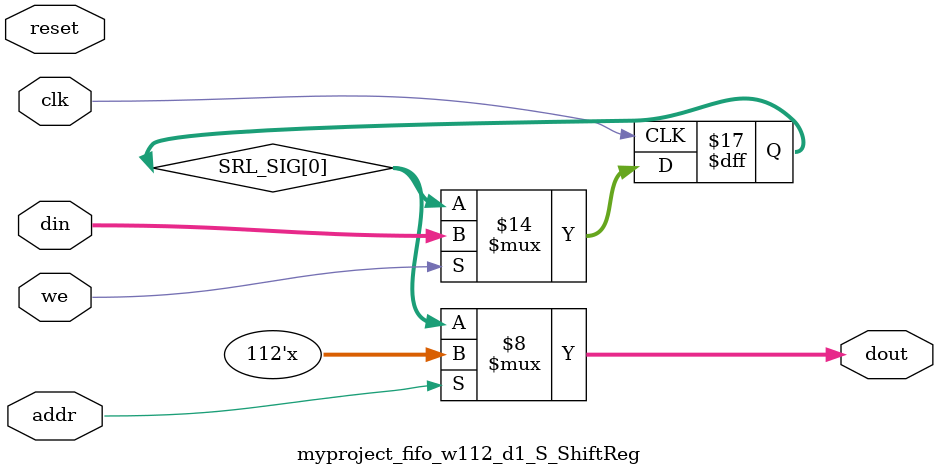
<source format=v>

`timescale 1 ns / 1 ps


module myproject_fifo_w112_d1_S
#(parameter
    MEM_STYLE   = "shiftReg",
    DATA_WIDTH  = 112,
    ADDR_WIDTH  = 1,
    DEPTH       = 1)
(
    // system signal
    input  wire                  clk,
    input  wire                  reset,

    // write
    output wire                  if_full_n,
    input  wire                  if_write_ce,
    input  wire                  if_write,
    input  wire [DATA_WIDTH-1:0] if_din,
    
    // read 
    output wire [ADDR_WIDTH:0]   if_num_data_valid, // for FRP
    output wire [ADDR_WIDTH:0]   if_fifo_cap,       // for FRP
    output wire                  if_empty_n,
    input  wire                  if_read_ce,
    input  wire                  if_read,
    output wire [DATA_WIDTH-1:0] if_dout
);
//------------------------Parameter----------------------

//------------------------Local signal-------------------
    wire [ADDR_WIDTH-1:0]     addr;
    wire                      push;
    wire                      pop;
    reg signed [ADDR_WIDTH:0] mOutPtr;
    reg                       empty_n = 1'b0;
    reg                       full_n  = 1'b1;
    // with almost full?  no 
    // has output register?  no 
//------------------------Instantiation------------------
    myproject_fifo_w112_d1_S_ShiftReg 
    #(  .DATA_WIDTH (DATA_WIDTH),
        .ADDR_WIDTH (ADDR_WIDTH),
        .DEPTH      (DEPTH))
    U_myproject_fifo_w112_d1_S_ShiftReg (
        .clk        (clk),
        .reset      (reset),
        .we         (push),
        .addr       (addr),
        .din        (if_din),
        .dout       (if_dout)
    );
//------------------------Task and function--------------

//------------------------Body---------------------------
    // has num_data_valid ? 
    assign if_num_data_valid = mOutPtr + 1'b1; // yes
    assign if_fifo_cap = DEPTH; // yes  

    // has almost full ? 
    assign if_full_n  = full_n; //no 
    assign push       = full_n & if_write_ce & if_write;

    // has output register? 
    assign if_empty_n = empty_n;  // no
    assign pop        = empty_n & if_read_ce & if_read; // no 

    assign addr       = mOutPtr[ADDR_WIDTH] == 1'b0 ? mOutPtr[ADDR_WIDTH-1:0] : {ADDR_WIDTH{1'b0}};

    // mOutPtr
    always @(posedge clk) begin
        if (reset == 1'b1)
            mOutPtr <= {ADDR_WIDTH+1{1'b1}};
        else if (push & ~pop)
            mOutPtr <= mOutPtr + 1'b1;
        else if (~push & pop)
            mOutPtr <= mOutPtr - 1'b1;
    end

    // full_n
    always @(posedge clk) begin
        if (reset == 1'b1)
            full_n <= 1'b1;
        else if (push & ~pop) begin
            if (mOutPtr == DEPTH - 2)
                full_n <= 1'b0;
        end
        else if (~push & pop)
            full_n <= 1'b1;
    end

    // almost_full_n 

    // empty_n
    always @(posedge clk) begin
        if (reset == 1'b1)
            empty_n <= 1'b0;
        else if (push & ~pop)
            empty_n <= 1'b1;
        else if (~push & pop) begin
            if (mOutPtr == 0)
                empty_n <= 1'b0;
        end
    end
 
    // num_data_valid 

    // dout_vld 

endmodule  


module myproject_fifo_w112_d1_S_ShiftReg
#(parameter
    DATA_WIDTH  = 112,
    ADDR_WIDTH  = 1,
    DEPTH       = 1)
(
    input  wire                  clk,
    input  wire                  reset,
    input  wire                  we,
    input  wire [ADDR_WIDTH-1:0] addr,
    input  wire [DATA_WIDTH-1:0] din,
    //output register? 
    output wire [DATA_WIDTH-1:0] dout // no 
);

    reg [DATA_WIDTH-1:0] SRL_SIG [0:DEPTH-1];
    integer i;

    always @ (posedge clk) begin
        if (we) begin
            for (i=0; i<DEPTH-1; i=i+1)
                SRL_SIG[i+1] <= SRL_SIG[i];
            SRL_SIG[0] <= din;
        end
    end

    //read from SRL, output register? 
    assign dout = SRL_SIG[addr];// no 

endmodule

</source>
